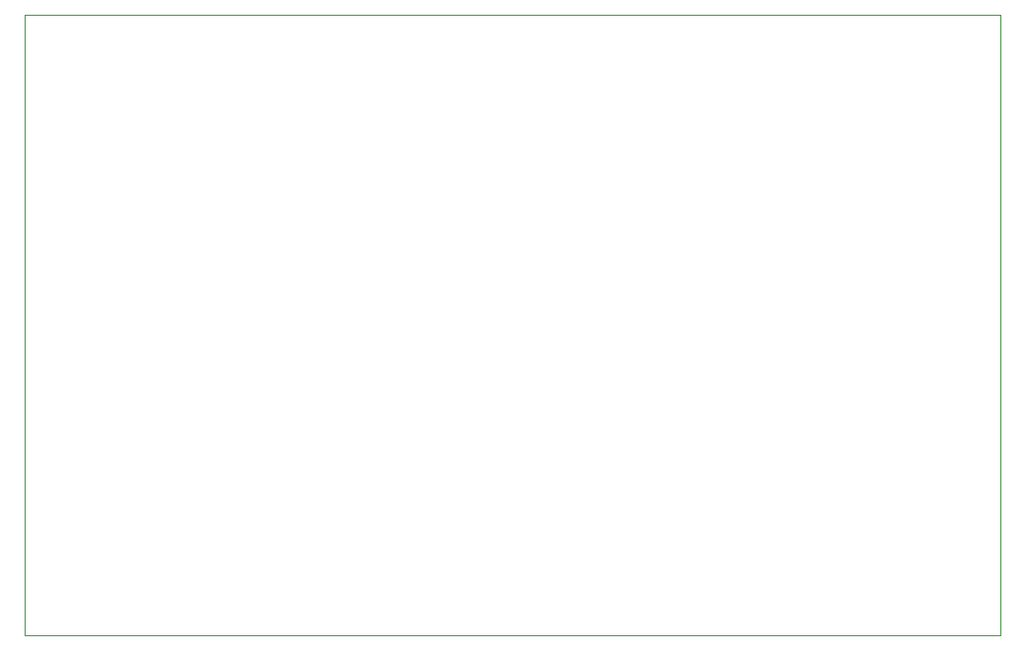
<source format=gm1>
G04*
G04 #@! TF.GenerationSoftware,Altium Limited,Altium Designer,20.1.14 (287)*
G04*
G04 Layer_Color=16711935*
%FSLAX24Y24*%
%MOIN*%
G70*
G04*
G04 #@! TF.SameCoordinates,D6E4073E-51EB-4615-8C26-FB07B3563A97*
G04*
G04*
G04 #@! TF.FilePolarity,Positive*
G04*
G01*
G75*
%ADD15C,0.0000*%
D15*
X13000Y21000D02*
Y42000D01*
Y21000D02*
X46000D01*
Y42000D01*
X13000D02*
X46000D01*
X13000Y21000D02*
Y42000D01*
Y21000D02*
X46000D01*
Y42000D01*
X13000D02*
X46000D01*
X13000Y21000D02*
Y42000D01*
Y21000D02*
X46000D01*
Y42000D01*
X13000D02*
X46000D01*
X13000Y21000D02*
Y42000D01*
Y21000D02*
X46000D01*
Y42000D01*
X13000D02*
X46000D01*
M02*

</source>
